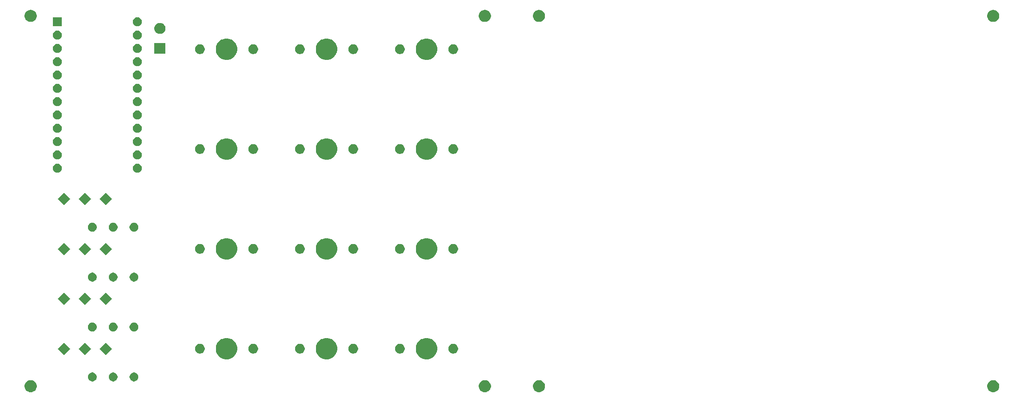
<source format=gbr>
G04 #@! TF.GenerationSoftware,KiCad,Pcbnew,(5.1.5)-3*
G04 #@! TF.CreationDate,2020-05-01T19:28:23-04:00*
G04 #@! TF.ProjectId,BookerBoard,426f6f6b-6572-4426-9f61-72642e6b6963,rev?*
G04 #@! TF.SameCoordinates,Original*
G04 #@! TF.FileFunction,Soldermask,Top*
G04 #@! TF.FilePolarity,Negative*
%FSLAX46Y46*%
G04 Gerber Fmt 4.6, Leading zero omitted, Abs format (unit mm)*
G04 Created by KiCad (PCBNEW (5.1.5)-3) date 2020-05-01 19:28:23*
%MOMM*%
%LPD*%
G04 APERTURE LIST*
%ADD10C,0.100000*%
G04 APERTURE END LIST*
D10*
G36*
X236762049Y-108408616D02*
G01*
X236873234Y-108430732D01*
X237082703Y-108517497D01*
X237271220Y-108643460D01*
X237431540Y-108803780D01*
X237557503Y-108992297D01*
X237644268Y-109201766D01*
X237688500Y-109424136D01*
X237688500Y-109650864D01*
X237644268Y-109873234D01*
X237557503Y-110082703D01*
X237431540Y-110271220D01*
X237271220Y-110431540D01*
X237082703Y-110557503D01*
X236873234Y-110644268D01*
X236762049Y-110666384D01*
X236650865Y-110688500D01*
X236424135Y-110688500D01*
X236312951Y-110666384D01*
X236201766Y-110644268D01*
X235992297Y-110557503D01*
X235803780Y-110431540D01*
X235643460Y-110271220D01*
X235517497Y-110082703D01*
X235430732Y-109873234D01*
X235386500Y-109650864D01*
X235386500Y-109424136D01*
X235430732Y-109201766D01*
X235517497Y-108992297D01*
X235643460Y-108803780D01*
X235803780Y-108643460D01*
X235992297Y-108517497D01*
X236201766Y-108430732D01*
X236312951Y-108408616D01*
X236424135Y-108386500D01*
X236650865Y-108386500D01*
X236762049Y-108408616D01*
G37*
G36*
X150243299Y-108408616D02*
G01*
X150354484Y-108430732D01*
X150563953Y-108517497D01*
X150752470Y-108643460D01*
X150912790Y-108803780D01*
X151038753Y-108992297D01*
X151125518Y-109201766D01*
X151169750Y-109424136D01*
X151169750Y-109650864D01*
X151125518Y-109873234D01*
X151038753Y-110082703D01*
X150912790Y-110271220D01*
X150752470Y-110431540D01*
X150563953Y-110557503D01*
X150354484Y-110644268D01*
X150243299Y-110666384D01*
X150132115Y-110688500D01*
X149905385Y-110688500D01*
X149794201Y-110666384D01*
X149683016Y-110644268D01*
X149473547Y-110557503D01*
X149285030Y-110431540D01*
X149124710Y-110271220D01*
X148998747Y-110082703D01*
X148911982Y-109873234D01*
X148867750Y-109650864D01*
X148867750Y-109424136D01*
X148911982Y-109201766D01*
X148998747Y-108992297D01*
X149124710Y-108803780D01*
X149285030Y-108643460D01*
X149473547Y-108517497D01*
X149683016Y-108430732D01*
X149794201Y-108408616D01*
X149905385Y-108386500D01*
X150132115Y-108386500D01*
X150243299Y-108408616D01*
G37*
G36*
X53405799Y-108408616D02*
G01*
X53516984Y-108430732D01*
X53726453Y-108517497D01*
X53914970Y-108643460D01*
X54075290Y-108803780D01*
X54201253Y-108992297D01*
X54288018Y-109201766D01*
X54332250Y-109424136D01*
X54332250Y-109650864D01*
X54288018Y-109873234D01*
X54201253Y-110082703D01*
X54075290Y-110271220D01*
X53914970Y-110431540D01*
X53726453Y-110557503D01*
X53516984Y-110644268D01*
X53405799Y-110666384D01*
X53294615Y-110688500D01*
X53067885Y-110688500D01*
X52956701Y-110666384D01*
X52845516Y-110644268D01*
X52636047Y-110557503D01*
X52447530Y-110431540D01*
X52287210Y-110271220D01*
X52161247Y-110082703D01*
X52074482Y-109873234D01*
X52030250Y-109650864D01*
X52030250Y-109424136D01*
X52074482Y-109201766D01*
X52161247Y-108992297D01*
X52287210Y-108803780D01*
X52447530Y-108643460D01*
X52636047Y-108517497D01*
X52845516Y-108430732D01*
X52956701Y-108408616D01*
X53067885Y-108386500D01*
X53294615Y-108386500D01*
X53405799Y-108408616D01*
G37*
G36*
X139924549Y-108408616D02*
G01*
X140035734Y-108430732D01*
X140245203Y-108517497D01*
X140433720Y-108643460D01*
X140594040Y-108803780D01*
X140720003Y-108992297D01*
X140806768Y-109201766D01*
X140851000Y-109424136D01*
X140851000Y-109650864D01*
X140806768Y-109873234D01*
X140720003Y-110082703D01*
X140594040Y-110271220D01*
X140433720Y-110431540D01*
X140245203Y-110557503D01*
X140035734Y-110644268D01*
X139924549Y-110666384D01*
X139813365Y-110688500D01*
X139586635Y-110688500D01*
X139475451Y-110666384D01*
X139364266Y-110644268D01*
X139154797Y-110557503D01*
X138966280Y-110431540D01*
X138805960Y-110271220D01*
X138679997Y-110082703D01*
X138593232Y-109873234D01*
X138549000Y-109650864D01*
X138549000Y-109424136D01*
X138593232Y-109201766D01*
X138679997Y-108992297D01*
X138805960Y-108803780D01*
X138966280Y-108643460D01*
X139154797Y-108517497D01*
X139364266Y-108430732D01*
X139475451Y-108408616D01*
X139586635Y-108386500D01*
X139813365Y-108386500D01*
X139924549Y-108408616D01*
G37*
G36*
X73105132Y-106963607D02*
G01*
X73260004Y-107027757D01*
X73399385Y-107120889D01*
X73517919Y-107239423D01*
X73611051Y-107378804D01*
X73675201Y-107533676D01*
X73707904Y-107698088D01*
X73707904Y-107865720D01*
X73675201Y-108030132D01*
X73611051Y-108185004D01*
X73517919Y-108324385D01*
X73399385Y-108442919D01*
X73260004Y-108536051D01*
X73105132Y-108600201D01*
X72940720Y-108632904D01*
X72773088Y-108632904D01*
X72608676Y-108600201D01*
X72453804Y-108536051D01*
X72314423Y-108442919D01*
X72195889Y-108324385D01*
X72102757Y-108185004D01*
X72038607Y-108030132D01*
X72005904Y-107865720D01*
X72005904Y-107698088D01*
X72038607Y-107533676D01*
X72102757Y-107378804D01*
X72195889Y-107239423D01*
X72314423Y-107120889D01*
X72453804Y-107027757D01*
X72608676Y-106963607D01*
X72773088Y-106930904D01*
X72940720Y-106930904D01*
X73105132Y-106963607D01*
G37*
G36*
X69136382Y-106963607D02*
G01*
X69291254Y-107027757D01*
X69430635Y-107120889D01*
X69549169Y-107239423D01*
X69642301Y-107378804D01*
X69706451Y-107533676D01*
X69739154Y-107698088D01*
X69739154Y-107865720D01*
X69706451Y-108030132D01*
X69642301Y-108185004D01*
X69549169Y-108324385D01*
X69430635Y-108442919D01*
X69291254Y-108536051D01*
X69136382Y-108600201D01*
X68971970Y-108632904D01*
X68804338Y-108632904D01*
X68639926Y-108600201D01*
X68485054Y-108536051D01*
X68345673Y-108442919D01*
X68227139Y-108324385D01*
X68134007Y-108185004D01*
X68069857Y-108030132D01*
X68037154Y-107865720D01*
X68037154Y-107698088D01*
X68069857Y-107533676D01*
X68134007Y-107378804D01*
X68227139Y-107239423D01*
X68345673Y-107120889D01*
X68485054Y-107027757D01*
X68639926Y-106963607D01*
X68804338Y-106930904D01*
X68971970Y-106930904D01*
X69136382Y-106963607D01*
G37*
G36*
X65167632Y-106963607D02*
G01*
X65322504Y-107027757D01*
X65461885Y-107120889D01*
X65580419Y-107239423D01*
X65673551Y-107378804D01*
X65737701Y-107533676D01*
X65770404Y-107698088D01*
X65770404Y-107865720D01*
X65737701Y-108030132D01*
X65673551Y-108185004D01*
X65580419Y-108324385D01*
X65461885Y-108442919D01*
X65322504Y-108536051D01*
X65167632Y-108600201D01*
X65003220Y-108632904D01*
X64835588Y-108632904D01*
X64671176Y-108600201D01*
X64516304Y-108536051D01*
X64376923Y-108442919D01*
X64258389Y-108324385D01*
X64165257Y-108185004D01*
X64101107Y-108030132D01*
X64068404Y-107865720D01*
X64068404Y-107698088D01*
X64101107Y-107533676D01*
X64165257Y-107378804D01*
X64258389Y-107239423D01*
X64376923Y-107120889D01*
X64516304Y-107027757D01*
X64671176Y-106963607D01*
X64835588Y-106930904D01*
X65003220Y-106930904D01*
X65167632Y-106963607D01*
G37*
G36*
X129183974Y-100427434D02*
G01*
X129401974Y-100517733D01*
X129556123Y-100581583D01*
X129891048Y-100805373D01*
X130175877Y-101090202D01*
X130399667Y-101425127D01*
X130432062Y-101503336D01*
X130553816Y-101797276D01*
X130632400Y-102192344D01*
X130632400Y-102595156D01*
X130553816Y-102990224D01*
X130502951Y-103113022D01*
X130399667Y-103362373D01*
X130175877Y-103697298D01*
X129891048Y-103982127D01*
X129556123Y-104205917D01*
X129401974Y-104269767D01*
X129183974Y-104360066D01*
X128788906Y-104438650D01*
X128386094Y-104438650D01*
X127991026Y-104360066D01*
X127773026Y-104269767D01*
X127618877Y-104205917D01*
X127283952Y-103982127D01*
X126999123Y-103697298D01*
X126775333Y-103362373D01*
X126672049Y-103113022D01*
X126621184Y-102990224D01*
X126542600Y-102595156D01*
X126542600Y-102192344D01*
X126621184Y-101797276D01*
X126742938Y-101503336D01*
X126775333Y-101425127D01*
X126999123Y-101090202D01*
X127283952Y-100805373D01*
X127618877Y-100581583D01*
X127773026Y-100517733D01*
X127991026Y-100427434D01*
X128386094Y-100348850D01*
X128788906Y-100348850D01*
X129183974Y-100427434D01*
G37*
G36*
X110133974Y-100427434D02*
G01*
X110351974Y-100517733D01*
X110506123Y-100581583D01*
X110841048Y-100805373D01*
X111125877Y-101090202D01*
X111349667Y-101425127D01*
X111382062Y-101503336D01*
X111503816Y-101797276D01*
X111582400Y-102192344D01*
X111582400Y-102595156D01*
X111503816Y-102990224D01*
X111452951Y-103113022D01*
X111349667Y-103362373D01*
X111125877Y-103697298D01*
X110841048Y-103982127D01*
X110506123Y-104205917D01*
X110351974Y-104269767D01*
X110133974Y-104360066D01*
X109738906Y-104438650D01*
X109336094Y-104438650D01*
X108941026Y-104360066D01*
X108723026Y-104269767D01*
X108568877Y-104205917D01*
X108233952Y-103982127D01*
X107949123Y-103697298D01*
X107725333Y-103362373D01*
X107622049Y-103113022D01*
X107571184Y-102990224D01*
X107492600Y-102595156D01*
X107492600Y-102192344D01*
X107571184Y-101797276D01*
X107692938Y-101503336D01*
X107725333Y-101425127D01*
X107949123Y-101090202D01*
X108233952Y-100805373D01*
X108568877Y-100581583D01*
X108723026Y-100517733D01*
X108941026Y-100427434D01*
X109336094Y-100348850D01*
X109738906Y-100348850D01*
X110133974Y-100427434D01*
G37*
G36*
X91083974Y-100427434D02*
G01*
X91301974Y-100517733D01*
X91456123Y-100581583D01*
X91791048Y-100805373D01*
X92075877Y-101090202D01*
X92299667Y-101425127D01*
X92332062Y-101503336D01*
X92453816Y-101797276D01*
X92532400Y-102192344D01*
X92532400Y-102595156D01*
X92453816Y-102990224D01*
X92402951Y-103113022D01*
X92299667Y-103362373D01*
X92075877Y-103697298D01*
X91791048Y-103982127D01*
X91456123Y-104205917D01*
X91301974Y-104269767D01*
X91083974Y-104360066D01*
X90688906Y-104438650D01*
X90286094Y-104438650D01*
X89891026Y-104360066D01*
X89673026Y-104269767D01*
X89518877Y-104205917D01*
X89183952Y-103982127D01*
X88899123Y-103697298D01*
X88675333Y-103362373D01*
X88572049Y-103113022D01*
X88521184Y-102990224D01*
X88442600Y-102595156D01*
X88442600Y-102192344D01*
X88521184Y-101797276D01*
X88642938Y-101503336D01*
X88675333Y-101425127D01*
X88899123Y-101090202D01*
X89183952Y-100805373D01*
X89518877Y-100581583D01*
X89673026Y-100517733D01*
X89891026Y-100427434D01*
X90286094Y-100348850D01*
X90688906Y-100348850D01*
X91083974Y-100427434D01*
G37*
G36*
X60734746Y-102393750D02*
G01*
X59531250Y-103597246D01*
X58327754Y-102393750D01*
X59531250Y-101190254D01*
X60734746Y-102393750D01*
G37*
G36*
X64703496Y-102393750D02*
G01*
X63500000Y-103597246D01*
X62296504Y-102393750D01*
X63500000Y-101190254D01*
X64703496Y-102393750D01*
G37*
G36*
X68672246Y-102393750D02*
G01*
X67468750Y-103597246D01*
X66265254Y-102393750D01*
X67468750Y-101190254D01*
X68672246Y-102393750D01*
G37*
G36*
X95837604Y-101503335D02*
G01*
X96006126Y-101573139D01*
X96157791Y-101674478D01*
X96286772Y-101803459D01*
X96388111Y-101955124D01*
X96457915Y-102123646D01*
X96493500Y-102302547D01*
X96493500Y-102484953D01*
X96457915Y-102663854D01*
X96388111Y-102832376D01*
X96286772Y-102984041D01*
X96157791Y-103113022D01*
X96006126Y-103214361D01*
X95837604Y-103284165D01*
X95658703Y-103319750D01*
X95476297Y-103319750D01*
X95297396Y-103284165D01*
X95128874Y-103214361D01*
X94977209Y-103113022D01*
X94848228Y-102984041D01*
X94746889Y-102832376D01*
X94677085Y-102663854D01*
X94641500Y-102484953D01*
X94641500Y-102302547D01*
X94677085Y-102123646D01*
X94746889Y-101955124D01*
X94848228Y-101803459D01*
X94977209Y-101674478D01*
X95128874Y-101573139D01*
X95297396Y-101503335D01*
X95476297Y-101467750D01*
X95658703Y-101467750D01*
X95837604Y-101503335D01*
G37*
G36*
X133937604Y-101503335D02*
G01*
X134106126Y-101573139D01*
X134257791Y-101674478D01*
X134386772Y-101803459D01*
X134488111Y-101955124D01*
X134557915Y-102123646D01*
X134593500Y-102302547D01*
X134593500Y-102484953D01*
X134557915Y-102663854D01*
X134488111Y-102832376D01*
X134386772Y-102984041D01*
X134257791Y-103113022D01*
X134106126Y-103214361D01*
X133937604Y-103284165D01*
X133758703Y-103319750D01*
X133576297Y-103319750D01*
X133397396Y-103284165D01*
X133228874Y-103214361D01*
X133077209Y-103113022D01*
X132948228Y-102984041D01*
X132846889Y-102832376D01*
X132777085Y-102663854D01*
X132741500Y-102484953D01*
X132741500Y-102302547D01*
X132777085Y-102123646D01*
X132846889Y-101955124D01*
X132948228Y-101803459D01*
X133077209Y-101674478D01*
X133228874Y-101573139D01*
X133397396Y-101503335D01*
X133576297Y-101467750D01*
X133758703Y-101467750D01*
X133937604Y-101503335D01*
G37*
G36*
X123777604Y-101503335D02*
G01*
X123946126Y-101573139D01*
X124097791Y-101674478D01*
X124226772Y-101803459D01*
X124328111Y-101955124D01*
X124397915Y-102123646D01*
X124433500Y-102302547D01*
X124433500Y-102484953D01*
X124397915Y-102663854D01*
X124328111Y-102832376D01*
X124226772Y-102984041D01*
X124097791Y-103113022D01*
X123946126Y-103214361D01*
X123777604Y-103284165D01*
X123598703Y-103319750D01*
X123416297Y-103319750D01*
X123237396Y-103284165D01*
X123068874Y-103214361D01*
X122917209Y-103113022D01*
X122788228Y-102984041D01*
X122686889Y-102832376D01*
X122617085Y-102663854D01*
X122581500Y-102484953D01*
X122581500Y-102302547D01*
X122617085Y-102123646D01*
X122686889Y-101955124D01*
X122788228Y-101803459D01*
X122917209Y-101674478D01*
X123068874Y-101573139D01*
X123237396Y-101503335D01*
X123416297Y-101467750D01*
X123598703Y-101467750D01*
X123777604Y-101503335D01*
G37*
G36*
X104727604Y-101503335D02*
G01*
X104896126Y-101573139D01*
X105047791Y-101674478D01*
X105176772Y-101803459D01*
X105278111Y-101955124D01*
X105347915Y-102123646D01*
X105383500Y-102302547D01*
X105383500Y-102484953D01*
X105347915Y-102663854D01*
X105278111Y-102832376D01*
X105176772Y-102984041D01*
X105047791Y-103113022D01*
X104896126Y-103214361D01*
X104727604Y-103284165D01*
X104548703Y-103319750D01*
X104366297Y-103319750D01*
X104187396Y-103284165D01*
X104018874Y-103214361D01*
X103867209Y-103113022D01*
X103738228Y-102984041D01*
X103636889Y-102832376D01*
X103567085Y-102663854D01*
X103531500Y-102484953D01*
X103531500Y-102302547D01*
X103567085Y-102123646D01*
X103636889Y-101955124D01*
X103738228Y-101803459D01*
X103867209Y-101674478D01*
X104018874Y-101573139D01*
X104187396Y-101503335D01*
X104366297Y-101467750D01*
X104548703Y-101467750D01*
X104727604Y-101503335D01*
G37*
G36*
X85677604Y-101503335D02*
G01*
X85846126Y-101573139D01*
X85997791Y-101674478D01*
X86126772Y-101803459D01*
X86228111Y-101955124D01*
X86297915Y-102123646D01*
X86333500Y-102302547D01*
X86333500Y-102484953D01*
X86297915Y-102663854D01*
X86228111Y-102832376D01*
X86126772Y-102984041D01*
X85997791Y-103113022D01*
X85846126Y-103214361D01*
X85677604Y-103284165D01*
X85498703Y-103319750D01*
X85316297Y-103319750D01*
X85137396Y-103284165D01*
X84968874Y-103214361D01*
X84817209Y-103113022D01*
X84688228Y-102984041D01*
X84586889Y-102832376D01*
X84517085Y-102663854D01*
X84481500Y-102484953D01*
X84481500Y-102302547D01*
X84517085Y-102123646D01*
X84586889Y-101955124D01*
X84688228Y-101803459D01*
X84817209Y-101674478D01*
X84968874Y-101573139D01*
X85137396Y-101503335D01*
X85316297Y-101467750D01*
X85498703Y-101467750D01*
X85677604Y-101503335D01*
G37*
G36*
X114887604Y-101503335D02*
G01*
X115056126Y-101573139D01*
X115207791Y-101674478D01*
X115336772Y-101803459D01*
X115438111Y-101955124D01*
X115507915Y-102123646D01*
X115543500Y-102302547D01*
X115543500Y-102484953D01*
X115507915Y-102663854D01*
X115438111Y-102832376D01*
X115336772Y-102984041D01*
X115207791Y-103113022D01*
X115056126Y-103214361D01*
X114887604Y-103284165D01*
X114708703Y-103319750D01*
X114526297Y-103319750D01*
X114347396Y-103284165D01*
X114178874Y-103214361D01*
X114027209Y-103113022D01*
X113898228Y-102984041D01*
X113796889Y-102832376D01*
X113727085Y-102663854D01*
X113691500Y-102484953D01*
X113691500Y-102302547D01*
X113727085Y-102123646D01*
X113796889Y-101955124D01*
X113898228Y-101803459D01*
X114027209Y-101674478D01*
X114178874Y-101573139D01*
X114347396Y-101503335D01*
X114526297Y-101467750D01*
X114708703Y-101467750D01*
X114887604Y-101503335D01*
G37*
G36*
X73105132Y-97438607D02*
G01*
X73260004Y-97502757D01*
X73399385Y-97595889D01*
X73517919Y-97714423D01*
X73611051Y-97853804D01*
X73675201Y-98008676D01*
X73707904Y-98173088D01*
X73707904Y-98340720D01*
X73675201Y-98505132D01*
X73611051Y-98660004D01*
X73517919Y-98799385D01*
X73399385Y-98917919D01*
X73260004Y-99011051D01*
X73105132Y-99075201D01*
X72940720Y-99107904D01*
X72773088Y-99107904D01*
X72608676Y-99075201D01*
X72453804Y-99011051D01*
X72314423Y-98917919D01*
X72195889Y-98799385D01*
X72102757Y-98660004D01*
X72038607Y-98505132D01*
X72005904Y-98340720D01*
X72005904Y-98173088D01*
X72038607Y-98008676D01*
X72102757Y-97853804D01*
X72195889Y-97714423D01*
X72314423Y-97595889D01*
X72453804Y-97502757D01*
X72608676Y-97438607D01*
X72773088Y-97405904D01*
X72940720Y-97405904D01*
X73105132Y-97438607D01*
G37*
G36*
X65167632Y-97438607D02*
G01*
X65322504Y-97502757D01*
X65461885Y-97595889D01*
X65580419Y-97714423D01*
X65673551Y-97853804D01*
X65737701Y-98008676D01*
X65770404Y-98173088D01*
X65770404Y-98340720D01*
X65737701Y-98505132D01*
X65673551Y-98660004D01*
X65580419Y-98799385D01*
X65461885Y-98917919D01*
X65322504Y-99011051D01*
X65167632Y-99075201D01*
X65003220Y-99107904D01*
X64835588Y-99107904D01*
X64671176Y-99075201D01*
X64516304Y-99011051D01*
X64376923Y-98917919D01*
X64258389Y-98799385D01*
X64165257Y-98660004D01*
X64101107Y-98505132D01*
X64068404Y-98340720D01*
X64068404Y-98173088D01*
X64101107Y-98008676D01*
X64165257Y-97853804D01*
X64258389Y-97714423D01*
X64376923Y-97595889D01*
X64516304Y-97502757D01*
X64671176Y-97438607D01*
X64835588Y-97405904D01*
X65003220Y-97405904D01*
X65167632Y-97438607D01*
G37*
G36*
X69136382Y-97438607D02*
G01*
X69291254Y-97502757D01*
X69430635Y-97595889D01*
X69549169Y-97714423D01*
X69642301Y-97853804D01*
X69706451Y-98008676D01*
X69739154Y-98173088D01*
X69739154Y-98340720D01*
X69706451Y-98505132D01*
X69642301Y-98660004D01*
X69549169Y-98799385D01*
X69430635Y-98917919D01*
X69291254Y-99011051D01*
X69136382Y-99075201D01*
X68971970Y-99107904D01*
X68804338Y-99107904D01*
X68639926Y-99075201D01*
X68485054Y-99011051D01*
X68345673Y-98917919D01*
X68227139Y-98799385D01*
X68134007Y-98660004D01*
X68069857Y-98505132D01*
X68037154Y-98340720D01*
X68037154Y-98173088D01*
X68069857Y-98008676D01*
X68134007Y-97853804D01*
X68227139Y-97714423D01*
X68345673Y-97595889D01*
X68485054Y-97502757D01*
X68639926Y-97438607D01*
X68804338Y-97405904D01*
X68971970Y-97405904D01*
X69136382Y-97438607D01*
G37*
G36*
X60734746Y-92868750D02*
G01*
X59531250Y-94072246D01*
X58327754Y-92868750D01*
X59531250Y-91665254D01*
X60734746Y-92868750D01*
G37*
G36*
X68672246Y-92868750D02*
G01*
X67468750Y-94072246D01*
X66265254Y-92868750D01*
X67468750Y-91665254D01*
X68672246Y-92868750D01*
G37*
G36*
X64703496Y-92868750D02*
G01*
X63500000Y-94072246D01*
X62296504Y-92868750D01*
X63500000Y-91665254D01*
X64703496Y-92868750D01*
G37*
G36*
X65167632Y-87913607D02*
G01*
X65322504Y-87977757D01*
X65461885Y-88070889D01*
X65580419Y-88189423D01*
X65673551Y-88328804D01*
X65737701Y-88483676D01*
X65770404Y-88648088D01*
X65770404Y-88815720D01*
X65737701Y-88980132D01*
X65673551Y-89135004D01*
X65580419Y-89274385D01*
X65461885Y-89392919D01*
X65322504Y-89486051D01*
X65167632Y-89550201D01*
X65003220Y-89582904D01*
X64835588Y-89582904D01*
X64671176Y-89550201D01*
X64516304Y-89486051D01*
X64376923Y-89392919D01*
X64258389Y-89274385D01*
X64165257Y-89135004D01*
X64101107Y-88980132D01*
X64068404Y-88815720D01*
X64068404Y-88648088D01*
X64101107Y-88483676D01*
X64165257Y-88328804D01*
X64258389Y-88189423D01*
X64376923Y-88070889D01*
X64516304Y-87977757D01*
X64671176Y-87913607D01*
X64835588Y-87880904D01*
X65003220Y-87880904D01*
X65167632Y-87913607D01*
G37*
G36*
X69136382Y-87913607D02*
G01*
X69291254Y-87977757D01*
X69430635Y-88070889D01*
X69549169Y-88189423D01*
X69642301Y-88328804D01*
X69706451Y-88483676D01*
X69739154Y-88648088D01*
X69739154Y-88815720D01*
X69706451Y-88980132D01*
X69642301Y-89135004D01*
X69549169Y-89274385D01*
X69430635Y-89392919D01*
X69291254Y-89486051D01*
X69136382Y-89550201D01*
X68971970Y-89582904D01*
X68804338Y-89582904D01*
X68639926Y-89550201D01*
X68485054Y-89486051D01*
X68345673Y-89392919D01*
X68227139Y-89274385D01*
X68134007Y-89135004D01*
X68069857Y-88980132D01*
X68037154Y-88815720D01*
X68037154Y-88648088D01*
X68069857Y-88483676D01*
X68134007Y-88328804D01*
X68227139Y-88189423D01*
X68345673Y-88070889D01*
X68485054Y-87977757D01*
X68639926Y-87913607D01*
X68804338Y-87880904D01*
X68971970Y-87880904D01*
X69136382Y-87913607D01*
G37*
G36*
X73105132Y-87913607D02*
G01*
X73260004Y-87977757D01*
X73399385Y-88070889D01*
X73517919Y-88189423D01*
X73611051Y-88328804D01*
X73675201Y-88483676D01*
X73707904Y-88648088D01*
X73707904Y-88815720D01*
X73675201Y-88980132D01*
X73611051Y-89135004D01*
X73517919Y-89274385D01*
X73399385Y-89392919D01*
X73260004Y-89486051D01*
X73105132Y-89550201D01*
X72940720Y-89582904D01*
X72773088Y-89582904D01*
X72608676Y-89550201D01*
X72453804Y-89486051D01*
X72314423Y-89392919D01*
X72195889Y-89274385D01*
X72102757Y-89135004D01*
X72038607Y-88980132D01*
X72005904Y-88815720D01*
X72005904Y-88648088D01*
X72038607Y-88483676D01*
X72102757Y-88328804D01*
X72195889Y-88189423D01*
X72314423Y-88070889D01*
X72453804Y-87977757D01*
X72608676Y-87913607D01*
X72773088Y-87880904D01*
X72940720Y-87880904D01*
X73105132Y-87913607D01*
G37*
G36*
X129183974Y-81377434D02*
G01*
X129401974Y-81467733D01*
X129556123Y-81531583D01*
X129891048Y-81755373D01*
X130175877Y-82040202D01*
X130399667Y-82375127D01*
X130432062Y-82453336D01*
X130553816Y-82747276D01*
X130632400Y-83142344D01*
X130632400Y-83545156D01*
X130553816Y-83940224D01*
X130502951Y-84063022D01*
X130399667Y-84312373D01*
X130175877Y-84647298D01*
X129891048Y-84932127D01*
X129556123Y-85155917D01*
X129401974Y-85219767D01*
X129183974Y-85310066D01*
X128788906Y-85388650D01*
X128386094Y-85388650D01*
X127991026Y-85310066D01*
X127773026Y-85219767D01*
X127618877Y-85155917D01*
X127283952Y-84932127D01*
X126999123Y-84647298D01*
X126775333Y-84312373D01*
X126672049Y-84063022D01*
X126621184Y-83940224D01*
X126542600Y-83545156D01*
X126542600Y-83142344D01*
X126621184Y-82747276D01*
X126742938Y-82453336D01*
X126775333Y-82375127D01*
X126999123Y-82040202D01*
X127283952Y-81755373D01*
X127618877Y-81531583D01*
X127773026Y-81467733D01*
X127991026Y-81377434D01*
X128386094Y-81298850D01*
X128788906Y-81298850D01*
X129183974Y-81377434D01*
G37*
G36*
X91083974Y-81377434D02*
G01*
X91301974Y-81467733D01*
X91456123Y-81531583D01*
X91791048Y-81755373D01*
X92075877Y-82040202D01*
X92299667Y-82375127D01*
X92332062Y-82453336D01*
X92453816Y-82747276D01*
X92532400Y-83142344D01*
X92532400Y-83545156D01*
X92453816Y-83940224D01*
X92402951Y-84063022D01*
X92299667Y-84312373D01*
X92075877Y-84647298D01*
X91791048Y-84932127D01*
X91456123Y-85155917D01*
X91301974Y-85219767D01*
X91083974Y-85310066D01*
X90688906Y-85388650D01*
X90286094Y-85388650D01*
X89891026Y-85310066D01*
X89673026Y-85219767D01*
X89518877Y-85155917D01*
X89183952Y-84932127D01*
X88899123Y-84647298D01*
X88675333Y-84312373D01*
X88572049Y-84063022D01*
X88521184Y-83940224D01*
X88442600Y-83545156D01*
X88442600Y-83142344D01*
X88521184Y-82747276D01*
X88642938Y-82453336D01*
X88675333Y-82375127D01*
X88899123Y-82040202D01*
X89183952Y-81755373D01*
X89518877Y-81531583D01*
X89673026Y-81467733D01*
X89891026Y-81377434D01*
X90286094Y-81298850D01*
X90688906Y-81298850D01*
X91083974Y-81377434D01*
G37*
G36*
X110133974Y-81377434D02*
G01*
X110351974Y-81467733D01*
X110506123Y-81531583D01*
X110841048Y-81755373D01*
X111125877Y-82040202D01*
X111349667Y-82375127D01*
X111382062Y-82453336D01*
X111503816Y-82747276D01*
X111582400Y-83142344D01*
X111582400Y-83545156D01*
X111503816Y-83940224D01*
X111452951Y-84063022D01*
X111349667Y-84312373D01*
X111125877Y-84647298D01*
X110841048Y-84932127D01*
X110506123Y-85155917D01*
X110351974Y-85219767D01*
X110133974Y-85310066D01*
X109738906Y-85388650D01*
X109336094Y-85388650D01*
X108941026Y-85310066D01*
X108723026Y-85219767D01*
X108568877Y-85155917D01*
X108233952Y-84932127D01*
X107949123Y-84647298D01*
X107725333Y-84312373D01*
X107622049Y-84063022D01*
X107571184Y-83940224D01*
X107492600Y-83545156D01*
X107492600Y-83142344D01*
X107571184Y-82747276D01*
X107692938Y-82453336D01*
X107725333Y-82375127D01*
X107949123Y-82040202D01*
X108233952Y-81755373D01*
X108568877Y-81531583D01*
X108723026Y-81467733D01*
X108941026Y-81377434D01*
X109336094Y-81298850D01*
X109738906Y-81298850D01*
X110133974Y-81377434D01*
G37*
G36*
X68672246Y-83343750D02*
G01*
X67468750Y-84547246D01*
X66265254Y-83343750D01*
X67468750Y-82140254D01*
X68672246Y-83343750D01*
G37*
G36*
X64703496Y-83343750D02*
G01*
X63500000Y-84547246D01*
X62296504Y-83343750D01*
X63500000Y-82140254D01*
X64703496Y-83343750D01*
G37*
G36*
X60734746Y-83343750D02*
G01*
X59531250Y-84547246D01*
X58327754Y-83343750D01*
X59531250Y-82140254D01*
X60734746Y-83343750D01*
G37*
G36*
X123777604Y-82453335D02*
G01*
X123946126Y-82523139D01*
X124097791Y-82624478D01*
X124226772Y-82753459D01*
X124328111Y-82905124D01*
X124397915Y-83073646D01*
X124433500Y-83252547D01*
X124433500Y-83434953D01*
X124397915Y-83613854D01*
X124328111Y-83782376D01*
X124226772Y-83934041D01*
X124097791Y-84063022D01*
X123946126Y-84164361D01*
X123777604Y-84234165D01*
X123598703Y-84269750D01*
X123416297Y-84269750D01*
X123237396Y-84234165D01*
X123068874Y-84164361D01*
X122917209Y-84063022D01*
X122788228Y-83934041D01*
X122686889Y-83782376D01*
X122617085Y-83613854D01*
X122581500Y-83434953D01*
X122581500Y-83252547D01*
X122617085Y-83073646D01*
X122686889Y-82905124D01*
X122788228Y-82753459D01*
X122917209Y-82624478D01*
X123068874Y-82523139D01*
X123237396Y-82453335D01*
X123416297Y-82417750D01*
X123598703Y-82417750D01*
X123777604Y-82453335D01*
G37*
G36*
X104727604Y-82453335D02*
G01*
X104896126Y-82523139D01*
X105047791Y-82624478D01*
X105176772Y-82753459D01*
X105278111Y-82905124D01*
X105347915Y-83073646D01*
X105383500Y-83252547D01*
X105383500Y-83434953D01*
X105347915Y-83613854D01*
X105278111Y-83782376D01*
X105176772Y-83934041D01*
X105047791Y-84063022D01*
X104896126Y-84164361D01*
X104727604Y-84234165D01*
X104548703Y-84269750D01*
X104366297Y-84269750D01*
X104187396Y-84234165D01*
X104018874Y-84164361D01*
X103867209Y-84063022D01*
X103738228Y-83934041D01*
X103636889Y-83782376D01*
X103567085Y-83613854D01*
X103531500Y-83434953D01*
X103531500Y-83252547D01*
X103567085Y-83073646D01*
X103636889Y-82905124D01*
X103738228Y-82753459D01*
X103867209Y-82624478D01*
X104018874Y-82523139D01*
X104187396Y-82453335D01*
X104366297Y-82417750D01*
X104548703Y-82417750D01*
X104727604Y-82453335D01*
G37*
G36*
X133937604Y-82453335D02*
G01*
X134106126Y-82523139D01*
X134257791Y-82624478D01*
X134386772Y-82753459D01*
X134488111Y-82905124D01*
X134557915Y-83073646D01*
X134593500Y-83252547D01*
X134593500Y-83434953D01*
X134557915Y-83613854D01*
X134488111Y-83782376D01*
X134386772Y-83934041D01*
X134257791Y-84063022D01*
X134106126Y-84164361D01*
X133937604Y-84234165D01*
X133758703Y-84269750D01*
X133576297Y-84269750D01*
X133397396Y-84234165D01*
X133228874Y-84164361D01*
X133077209Y-84063022D01*
X132948228Y-83934041D01*
X132846889Y-83782376D01*
X132777085Y-83613854D01*
X132741500Y-83434953D01*
X132741500Y-83252547D01*
X132777085Y-83073646D01*
X132846889Y-82905124D01*
X132948228Y-82753459D01*
X133077209Y-82624478D01*
X133228874Y-82523139D01*
X133397396Y-82453335D01*
X133576297Y-82417750D01*
X133758703Y-82417750D01*
X133937604Y-82453335D01*
G37*
G36*
X85677604Y-82453335D02*
G01*
X85846126Y-82523139D01*
X85997791Y-82624478D01*
X86126772Y-82753459D01*
X86228111Y-82905124D01*
X86297915Y-83073646D01*
X86333500Y-83252547D01*
X86333500Y-83434953D01*
X86297915Y-83613854D01*
X86228111Y-83782376D01*
X86126772Y-83934041D01*
X85997791Y-84063022D01*
X85846126Y-84164361D01*
X85677604Y-84234165D01*
X85498703Y-84269750D01*
X85316297Y-84269750D01*
X85137396Y-84234165D01*
X84968874Y-84164361D01*
X84817209Y-84063022D01*
X84688228Y-83934041D01*
X84586889Y-83782376D01*
X84517085Y-83613854D01*
X84481500Y-83434953D01*
X84481500Y-83252547D01*
X84517085Y-83073646D01*
X84586889Y-82905124D01*
X84688228Y-82753459D01*
X84817209Y-82624478D01*
X84968874Y-82523139D01*
X85137396Y-82453335D01*
X85316297Y-82417750D01*
X85498703Y-82417750D01*
X85677604Y-82453335D01*
G37*
G36*
X95837604Y-82453335D02*
G01*
X96006126Y-82523139D01*
X96157791Y-82624478D01*
X96286772Y-82753459D01*
X96388111Y-82905124D01*
X96457915Y-83073646D01*
X96493500Y-83252547D01*
X96493500Y-83434953D01*
X96457915Y-83613854D01*
X96388111Y-83782376D01*
X96286772Y-83934041D01*
X96157791Y-84063022D01*
X96006126Y-84164361D01*
X95837604Y-84234165D01*
X95658703Y-84269750D01*
X95476297Y-84269750D01*
X95297396Y-84234165D01*
X95128874Y-84164361D01*
X94977209Y-84063022D01*
X94848228Y-83934041D01*
X94746889Y-83782376D01*
X94677085Y-83613854D01*
X94641500Y-83434953D01*
X94641500Y-83252547D01*
X94677085Y-83073646D01*
X94746889Y-82905124D01*
X94848228Y-82753459D01*
X94977209Y-82624478D01*
X95128874Y-82523139D01*
X95297396Y-82453335D01*
X95476297Y-82417750D01*
X95658703Y-82417750D01*
X95837604Y-82453335D01*
G37*
G36*
X114887604Y-82453335D02*
G01*
X115056126Y-82523139D01*
X115207791Y-82624478D01*
X115336772Y-82753459D01*
X115438111Y-82905124D01*
X115507915Y-83073646D01*
X115543500Y-83252547D01*
X115543500Y-83434953D01*
X115507915Y-83613854D01*
X115438111Y-83782376D01*
X115336772Y-83934041D01*
X115207791Y-84063022D01*
X115056126Y-84164361D01*
X114887604Y-84234165D01*
X114708703Y-84269750D01*
X114526297Y-84269750D01*
X114347396Y-84234165D01*
X114178874Y-84164361D01*
X114027209Y-84063022D01*
X113898228Y-83934041D01*
X113796889Y-83782376D01*
X113727085Y-83613854D01*
X113691500Y-83434953D01*
X113691500Y-83252547D01*
X113727085Y-83073646D01*
X113796889Y-82905124D01*
X113898228Y-82753459D01*
X114027209Y-82624478D01*
X114178874Y-82523139D01*
X114347396Y-82453335D01*
X114526297Y-82417750D01*
X114708703Y-82417750D01*
X114887604Y-82453335D01*
G37*
G36*
X65167632Y-78388607D02*
G01*
X65322504Y-78452757D01*
X65461885Y-78545889D01*
X65580419Y-78664423D01*
X65673551Y-78803804D01*
X65737701Y-78958676D01*
X65770404Y-79123088D01*
X65770404Y-79290720D01*
X65737701Y-79455132D01*
X65673551Y-79610004D01*
X65580419Y-79749385D01*
X65461885Y-79867919D01*
X65322504Y-79961051D01*
X65167632Y-80025201D01*
X65003220Y-80057904D01*
X64835588Y-80057904D01*
X64671176Y-80025201D01*
X64516304Y-79961051D01*
X64376923Y-79867919D01*
X64258389Y-79749385D01*
X64165257Y-79610004D01*
X64101107Y-79455132D01*
X64068404Y-79290720D01*
X64068404Y-79123088D01*
X64101107Y-78958676D01*
X64165257Y-78803804D01*
X64258389Y-78664423D01*
X64376923Y-78545889D01*
X64516304Y-78452757D01*
X64671176Y-78388607D01*
X64835588Y-78355904D01*
X65003220Y-78355904D01*
X65167632Y-78388607D01*
G37*
G36*
X69136382Y-78388607D02*
G01*
X69291254Y-78452757D01*
X69430635Y-78545889D01*
X69549169Y-78664423D01*
X69642301Y-78803804D01*
X69706451Y-78958676D01*
X69739154Y-79123088D01*
X69739154Y-79290720D01*
X69706451Y-79455132D01*
X69642301Y-79610004D01*
X69549169Y-79749385D01*
X69430635Y-79867919D01*
X69291254Y-79961051D01*
X69136382Y-80025201D01*
X68971970Y-80057904D01*
X68804338Y-80057904D01*
X68639926Y-80025201D01*
X68485054Y-79961051D01*
X68345673Y-79867919D01*
X68227139Y-79749385D01*
X68134007Y-79610004D01*
X68069857Y-79455132D01*
X68037154Y-79290720D01*
X68037154Y-79123088D01*
X68069857Y-78958676D01*
X68134007Y-78803804D01*
X68227139Y-78664423D01*
X68345673Y-78545889D01*
X68485054Y-78452757D01*
X68639926Y-78388607D01*
X68804338Y-78355904D01*
X68971970Y-78355904D01*
X69136382Y-78388607D01*
G37*
G36*
X73105132Y-78388607D02*
G01*
X73260004Y-78452757D01*
X73399385Y-78545889D01*
X73517919Y-78664423D01*
X73611051Y-78803804D01*
X73675201Y-78958676D01*
X73707904Y-79123088D01*
X73707904Y-79290720D01*
X73675201Y-79455132D01*
X73611051Y-79610004D01*
X73517919Y-79749385D01*
X73399385Y-79867919D01*
X73260004Y-79961051D01*
X73105132Y-80025201D01*
X72940720Y-80057904D01*
X72773088Y-80057904D01*
X72608676Y-80025201D01*
X72453804Y-79961051D01*
X72314423Y-79867919D01*
X72195889Y-79749385D01*
X72102757Y-79610004D01*
X72038607Y-79455132D01*
X72005904Y-79290720D01*
X72005904Y-79123088D01*
X72038607Y-78958676D01*
X72102757Y-78803804D01*
X72195889Y-78664423D01*
X72314423Y-78545889D01*
X72453804Y-78452757D01*
X72608676Y-78388607D01*
X72773088Y-78355904D01*
X72940720Y-78355904D01*
X73105132Y-78388607D01*
G37*
G36*
X68672246Y-73818750D02*
G01*
X67468750Y-75022246D01*
X66265254Y-73818750D01*
X67468750Y-72615254D01*
X68672246Y-73818750D01*
G37*
G36*
X64703496Y-73818750D02*
G01*
X63500000Y-75022246D01*
X62296504Y-73818750D01*
X63500000Y-72615254D01*
X64703496Y-73818750D01*
G37*
G36*
X60734746Y-73818750D02*
G01*
X59531250Y-75022246D01*
X58327754Y-73818750D01*
X59531250Y-72615254D01*
X60734746Y-73818750D01*
G37*
G36*
X58509478Y-67126703D02*
G01*
X58664350Y-67190853D01*
X58803731Y-67283985D01*
X58922265Y-67402519D01*
X59015397Y-67541900D01*
X59079547Y-67696772D01*
X59112250Y-67861184D01*
X59112250Y-68028816D01*
X59079547Y-68193228D01*
X59015397Y-68348100D01*
X58922265Y-68487481D01*
X58803731Y-68606015D01*
X58664350Y-68699147D01*
X58509478Y-68763297D01*
X58345066Y-68796000D01*
X58177434Y-68796000D01*
X58013022Y-68763297D01*
X57858150Y-68699147D01*
X57718769Y-68606015D01*
X57600235Y-68487481D01*
X57507103Y-68348100D01*
X57442953Y-68193228D01*
X57410250Y-68028816D01*
X57410250Y-67861184D01*
X57442953Y-67696772D01*
X57507103Y-67541900D01*
X57600235Y-67402519D01*
X57718769Y-67283985D01*
X57858150Y-67190853D01*
X58013022Y-67126703D01*
X58177434Y-67094000D01*
X58345066Y-67094000D01*
X58509478Y-67126703D01*
G37*
G36*
X73749478Y-67126703D02*
G01*
X73904350Y-67190853D01*
X74043731Y-67283985D01*
X74162265Y-67402519D01*
X74255397Y-67541900D01*
X74319547Y-67696772D01*
X74352250Y-67861184D01*
X74352250Y-68028816D01*
X74319547Y-68193228D01*
X74255397Y-68348100D01*
X74162265Y-68487481D01*
X74043731Y-68606015D01*
X73904350Y-68699147D01*
X73749478Y-68763297D01*
X73585066Y-68796000D01*
X73417434Y-68796000D01*
X73253022Y-68763297D01*
X73098150Y-68699147D01*
X72958769Y-68606015D01*
X72840235Y-68487481D01*
X72747103Y-68348100D01*
X72682953Y-68193228D01*
X72650250Y-68028816D01*
X72650250Y-67861184D01*
X72682953Y-67696772D01*
X72747103Y-67541900D01*
X72840235Y-67402519D01*
X72958769Y-67283985D01*
X73098150Y-67190853D01*
X73253022Y-67126703D01*
X73417434Y-67094000D01*
X73585066Y-67094000D01*
X73749478Y-67126703D01*
G37*
G36*
X129183974Y-62327434D02*
G01*
X129401974Y-62417733D01*
X129556123Y-62481583D01*
X129891048Y-62705373D01*
X130175877Y-62990202D01*
X130399667Y-63325127D01*
X130433779Y-63407481D01*
X130553816Y-63697276D01*
X130632400Y-64092344D01*
X130632400Y-64495156D01*
X130553816Y-64890224D01*
X130502951Y-65013022D01*
X130399667Y-65262373D01*
X130175877Y-65597298D01*
X129891048Y-65882127D01*
X129556123Y-66105917D01*
X129427614Y-66159147D01*
X129183974Y-66260066D01*
X128788906Y-66338650D01*
X128386094Y-66338650D01*
X127991026Y-66260066D01*
X127747386Y-66159147D01*
X127618877Y-66105917D01*
X127283952Y-65882127D01*
X126999123Y-65597298D01*
X126775333Y-65262373D01*
X126672049Y-65013022D01*
X126621184Y-64890224D01*
X126542600Y-64495156D01*
X126542600Y-64092344D01*
X126621184Y-63697276D01*
X126741221Y-63407481D01*
X126775333Y-63325127D01*
X126999123Y-62990202D01*
X127283952Y-62705373D01*
X127618877Y-62481583D01*
X127773026Y-62417733D01*
X127991026Y-62327434D01*
X128386094Y-62248850D01*
X128788906Y-62248850D01*
X129183974Y-62327434D01*
G37*
G36*
X91083974Y-62327434D02*
G01*
X91301974Y-62417733D01*
X91456123Y-62481583D01*
X91791048Y-62705373D01*
X92075877Y-62990202D01*
X92299667Y-63325127D01*
X92333779Y-63407481D01*
X92453816Y-63697276D01*
X92532400Y-64092344D01*
X92532400Y-64495156D01*
X92453816Y-64890224D01*
X92402951Y-65013022D01*
X92299667Y-65262373D01*
X92075877Y-65597298D01*
X91791048Y-65882127D01*
X91456123Y-66105917D01*
X91327614Y-66159147D01*
X91083974Y-66260066D01*
X90688906Y-66338650D01*
X90286094Y-66338650D01*
X89891026Y-66260066D01*
X89647386Y-66159147D01*
X89518877Y-66105917D01*
X89183952Y-65882127D01*
X88899123Y-65597298D01*
X88675333Y-65262373D01*
X88572049Y-65013022D01*
X88521184Y-64890224D01*
X88442600Y-64495156D01*
X88442600Y-64092344D01*
X88521184Y-63697276D01*
X88641221Y-63407481D01*
X88675333Y-63325127D01*
X88899123Y-62990202D01*
X89183952Y-62705373D01*
X89518877Y-62481583D01*
X89673026Y-62417733D01*
X89891026Y-62327434D01*
X90286094Y-62248850D01*
X90688906Y-62248850D01*
X91083974Y-62327434D01*
G37*
G36*
X110133974Y-62327434D02*
G01*
X110351974Y-62417733D01*
X110506123Y-62481583D01*
X110841048Y-62705373D01*
X111125877Y-62990202D01*
X111349667Y-63325127D01*
X111383779Y-63407481D01*
X111503816Y-63697276D01*
X111582400Y-64092344D01*
X111582400Y-64495156D01*
X111503816Y-64890224D01*
X111452951Y-65013022D01*
X111349667Y-65262373D01*
X111125877Y-65597298D01*
X110841048Y-65882127D01*
X110506123Y-66105917D01*
X110377614Y-66159147D01*
X110133974Y-66260066D01*
X109738906Y-66338650D01*
X109336094Y-66338650D01*
X108941026Y-66260066D01*
X108697386Y-66159147D01*
X108568877Y-66105917D01*
X108233952Y-65882127D01*
X107949123Y-65597298D01*
X107725333Y-65262373D01*
X107622049Y-65013022D01*
X107571184Y-64890224D01*
X107492600Y-64495156D01*
X107492600Y-64092344D01*
X107571184Y-63697276D01*
X107691221Y-63407481D01*
X107725333Y-63325127D01*
X107949123Y-62990202D01*
X108233952Y-62705373D01*
X108568877Y-62481583D01*
X108723026Y-62417733D01*
X108941026Y-62327434D01*
X109336094Y-62248850D01*
X109738906Y-62248850D01*
X110133974Y-62327434D01*
G37*
G36*
X58509478Y-64586703D02*
G01*
X58664350Y-64650853D01*
X58803731Y-64743985D01*
X58922265Y-64862519D01*
X59015397Y-65001900D01*
X59079547Y-65156772D01*
X59112250Y-65321184D01*
X59112250Y-65488816D01*
X59079547Y-65653228D01*
X59015397Y-65808100D01*
X58922265Y-65947481D01*
X58803731Y-66066015D01*
X58664350Y-66159147D01*
X58509478Y-66223297D01*
X58345066Y-66256000D01*
X58177434Y-66256000D01*
X58013022Y-66223297D01*
X57858150Y-66159147D01*
X57718769Y-66066015D01*
X57600235Y-65947481D01*
X57507103Y-65808100D01*
X57442953Y-65653228D01*
X57410250Y-65488816D01*
X57410250Y-65321184D01*
X57442953Y-65156772D01*
X57507103Y-65001900D01*
X57600235Y-64862519D01*
X57718769Y-64743985D01*
X57858150Y-64650853D01*
X58013022Y-64586703D01*
X58177434Y-64554000D01*
X58345066Y-64554000D01*
X58509478Y-64586703D01*
G37*
G36*
X73749478Y-64586703D02*
G01*
X73904350Y-64650853D01*
X74043731Y-64743985D01*
X74162265Y-64862519D01*
X74255397Y-65001900D01*
X74319547Y-65156772D01*
X74352250Y-65321184D01*
X74352250Y-65488816D01*
X74319547Y-65653228D01*
X74255397Y-65808100D01*
X74162265Y-65947481D01*
X74043731Y-66066015D01*
X73904350Y-66159147D01*
X73749478Y-66223297D01*
X73585066Y-66256000D01*
X73417434Y-66256000D01*
X73253022Y-66223297D01*
X73098150Y-66159147D01*
X72958769Y-66066015D01*
X72840235Y-65947481D01*
X72747103Y-65808100D01*
X72682953Y-65653228D01*
X72650250Y-65488816D01*
X72650250Y-65321184D01*
X72682953Y-65156772D01*
X72747103Y-65001900D01*
X72840235Y-64862519D01*
X72958769Y-64743985D01*
X73098150Y-64650853D01*
X73253022Y-64586703D01*
X73417434Y-64554000D01*
X73585066Y-64554000D01*
X73749478Y-64586703D01*
G37*
G36*
X95837604Y-63403335D02*
G01*
X96006126Y-63473139D01*
X96157791Y-63574478D01*
X96286772Y-63703459D01*
X96388111Y-63855124D01*
X96457915Y-64023646D01*
X96493500Y-64202547D01*
X96493500Y-64384953D01*
X96457915Y-64563854D01*
X96388111Y-64732376D01*
X96286772Y-64884041D01*
X96157791Y-65013022D01*
X96006126Y-65114361D01*
X95837604Y-65184165D01*
X95658703Y-65219750D01*
X95476297Y-65219750D01*
X95297396Y-65184165D01*
X95128874Y-65114361D01*
X94977209Y-65013022D01*
X94848228Y-64884041D01*
X94746889Y-64732376D01*
X94677085Y-64563854D01*
X94641500Y-64384953D01*
X94641500Y-64202547D01*
X94677085Y-64023646D01*
X94746889Y-63855124D01*
X94848228Y-63703459D01*
X94977209Y-63574478D01*
X95128874Y-63473139D01*
X95297396Y-63403335D01*
X95476297Y-63367750D01*
X95658703Y-63367750D01*
X95837604Y-63403335D01*
G37*
G36*
X85677604Y-63403335D02*
G01*
X85846126Y-63473139D01*
X85997791Y-63574478D01*
X86126772Y-63703459D01*
X86228111Y-63855124D01*
X86297915Y-64023646D01*
X86333500Y-64202547D01*
X86333500Y-64384953D01*
X86297915Y-64563854D01*
X86228111Y-64732376D01*
X86126772Y-64884041D01*
X85997791Y-65013022D01*
X85846126Y-65114361D01*
X85677604Y-65184165D01*
X85498703Y-65219750D01*
X85316297Y-65219750D01*
X85137396Y-65184165D01*
X84968874Y-65114361D01*
X84817209Y-65013022D01*
X84688228Y-64884041D01*
X84586889Y-64732376D01*
X84517085Y-64563854D01*
X84481500Y-64384953D01*
X84481500Y-64202547D01*
X84517085Y-64023646D01*
X84586889Y-63855124D01*
X84688228Y-63703459D01*
X84817209Y-63574478D01*
X84968874Y-63473139D01*
X85137396Y-63403335D01*
X85316297Y-63367750D01*
X85498703Y-63367750D01*
X85677604Y-63403335D01*
G37*
G36*
X104727604Y-63403335D02*
G01*
X104896126Y-63473139D01*
X105047791Y-63574478D01*
X105176772Y-63703459D01*
X105278111Y-63855124D01*
X105347915Y-64023646D01*
X105383500Y-64202547D01*
X105383500Y-64384953D01*
X105347915Y-64563854D01*
X105278111Y-64732376D01*
X105176772Y-64884041D01*
X105047791Y-65013022D01*
X104896126Y-65114361D01*
X104727604Y-65184165D01*
X104548703Y-65219750D01*
X104366297Y-65219750D01*
X104187396Y-65184165D01*
X104018874Y-65114361D01*
X103867209Y-65013022D01*
X103738228Y-64884041D01*
X103636889Y-64732376D01*
X103567085Y-64563854D01*
X103531500Y-64384953D01*
X103531500Y-64202547D01*
X103567085Y-64023646D01*
X103636889Y-63855124D01*
X103738228Y-63703459D01*
X103867209Y-63574478D01*
X104018874Y-63473139D01*
X104187396Y-63403335D01*
X104366297Y-63367750D01*
X104548703Y-63367750D01*
X104727604Y-63403335D01*
G37*
G36*
X114887604Y-63403335D02*
G01*
X115056126Y-63473139D01*
X115207791Y-63574478D01*
X115336772Y-63703459D01*
X115438111Y-63855124D01*
X115507915Y-64023646D01*
X115543500Y-64202547D01*
X115543500Y-64384953D01*
X115507915Y-64563854D01*
X115438111Y-64732376D01*
X115336772Y-64884041D01*
X115207791Y-65013022D01*
X115056126Y-65114361D01*
X114887604Y-65184165D01*
X114708703Y-65219750D01*
X114526297Y-65219750D01*
X114347396Y-65184165D01*
X114178874Y-65114361D01*
X114027209Y-65013022D01*
X113898228Y-64884041D01*
X113796889Y-64732376D01*
X113727085Y-64563854D01*
X113691500Y-64384953D01*
X113691500Y-64202547D01*
X113727085Y-64023646D01*
X113796889Y-63855124D01*
X113898228Y-63703459D01*
X114027209Y-63574478D01*
X114178874Y-63473139D01*
X114347396Y-63403335D01*
X114526297Y-63367750D01*
X114708703Y-63367750D01*
X114887604Y-63403335D01*
G37*
G36*
X123777604Y-63403335D02*
G01*
X123946126Y-63473139D01*
X124097791Y-63574478D01*
X124226772Y-63703459D01*
X124328111Y-63855124D01*
X124397915Y-64023646D01*
X124433500Y-64202547D01*
X124433500Y-64384953D01*
X124397915Y-64563854D01*
X124328111Y-64732376D01*
X124226772Y-64884041D01*
X124097791Y-65013022D01*
X123946126Y-65114361D01*
X123777604Y-65184165D01*
X123598703Y-65219750D01*
X123416297Y-65219750D01*
X123237396Y-65184165D01*
X123068874Y-65114361D01*
X122917209Y-65013022D01*
X122788228Y-64884041D01*
X122686889Y-64732376D01*
X122617085Y-64563854D01*
X122581500Y-64384953D01*
X122581500Y-64202547D01*
X122617085Y-64023646D01*
X122686889Y-63855124D01*
X122788228Y-63703459D01*
X122917209Y-63574478D01*
X123068874Y-63473139D01*
X123237396Y-63403335D01*
X123416297Y-63367750D01*
X123598703Y-63367750D01*
X123777604Y-63403335D01*
G37*
G36*
X133937604Y-63403335D02*
G01*
X134106126Y-63473139D01*
X134257791Y-63574478D01*
X134386772Y-63703459D01*
X134488111Y-63855124D01*
X134557915Y-64023646D01*
X134593500Y-64202547D01*
X134593500Y-64384953D01*
X134557915Y-64563854D01*
X134488111Y-64732376D01*
X134386772Y-64884041D01*
X134257791Y-65013022D01*
X134106126Y-65114361D01*
X133937604Y-65184165D01*
X133758703Y-65219750D01*
X133576297Y-65219750D01*
X133397396Y-65184165D01*
X133228874Y-65114361D01*
X133077209Y-65013022D01*
X132948228Y-64884041D01*
X132846889Y-64732376D01*
X132777085Y-64563854D01*
X132741500Y-64384953D01*
X132741500Y-64202547D01*
X132777085Y-64023646D01*
X132846889Y-63855124D01*
X132948228Y-63703459D01*
X133077209Y-63574478D01*
X133228874Y-63473139D01*
X133397396Y-63403335D01*
X133576297Y-63367750D01*
X133758703Y-63367750D01*
X133937604Y-63403335D01*
G37*
G36*
X58509478Y-62046703D02*
G01*
X58664350Y-62110853D01*
X58803731Y-62203985D01*
X58922265Y-62322519D01*
X59015397Y-62461900D01*
X59079547Y-62616772D01*
X59112250Y-62781184D01*
X59112250Y-62948816D01*
X59079547Y-63113228D01*
X59015397Y-63268100D01*
X58922265Y-63407481D01*
X58803731Y-63526015D01*
X58664350Y-63619147D01*
X58509478Y-63683297D01*
X58345066Y-63716000D01*
X58177434Y-63716000D01*
X58013022Y-63683297D01*
X57858150Y-63619147D01*
X57718769Y-63526015D01*
X57600235Y-63407481D01*
X57507103Y-63268100D01*
X57442953Y-63113228D01*
X57410250Y-62948816D01*
X57410250Y-62781184D01*
X57442953Y-62616772D01*
X57507103Y-62461900D01*
X57600235Y-62322519D01*
X57718769Y-62203985D01*
X57858150Y-62110853D01*
X58013022Y-62046703D01*
X58177434Y-62014000D01*
X58345066Y-62014000D01*
X58509478Y-62046703D01*
G37*
G36*
X73749478Y-62046703D02*
G01*
X73904350Y-62110853D01*
X74043731Y-62203985D01*
X74162265Y-62322519D01*
X74255397Y-62461900D01*
X74319547Y-62616772D01*
X74352250Y-62781184D01*
X74352250Y-62948816D01*
X74319547Y-63113228D01*
X74255397Y-63268100D01*
X74162265Y-63407481D01*
X74043731Y-63526015D01*
X73904350Y-63619147D01*
X73749478Y-63683297D01*
X73585066Y-63716000D01*
X73417434Y-63716000D01*
X73253022Y-63683297D01*
X73098150Y-63619147D01*
X72958769Y-63526015D01*
X72840235Y-63407481D01*
X72747103Y-63268100D01*
X72682953Y-63113228D01*
X72650250Y-62948816D01*
X72650250Y-62781184D01*
X72682953Y-62616772D01*
X72747103Y-62461900D01*
X72840235Y-62322519D01*
X72958769Y-62203985D01*
X73098150Y-62110853D01*
X73253022Y-62046703D01*
X73417434Y-62014000D01*
X73585066Y-62014000D01*
X73749478Y-62046703D01*
G37*
G36*
X58509478Y-59506703D02*
G01*
X58664350Y-59570853D01*
X58803731Y-59663985D01*
X58922265Y-59782519D01*
X59015397Y-59921900D01*
X59079547Y-60076772D01*
X59112250Y-60241184D01*
X59112250Y-60408816D01*
X59079547Y-60573228D01*
X59015397Y-60728100D01*
X58922265Y-60867481D01*
X58803731Y-60986015D01*
X58664350Y-61079147D01*
X58509478Y-61143297D01*
X58345066Y-61176000D01*
X58177434Y-61176000D01*
X58013022Y-61143297D01*
X57858150Y-61079147D01*
X57718769Y-60986015D01*
X57600235Y-60867481D01*
X57507103Y-60728100D01*
X57442953Y-60573228D01*
X57410250Y-60408816D01*
X57410250Y-60241184D01*
X57442953Y-60076772D01*
X57507103Y-59921900D01*
X57600235Y-59782519D01*
X57718769Y-59663985D01*
X57858150Y-59570853D01*
X58013022Y-59506703D01*
X58177434Y-59474000D01*
X58345066Y-59474000D01*
X58509478Y-59506703D01*
G37*
G36*
X73749478Y-59506703D02*
G01*
X73904350Y-59570853D01*
X74043731Y-59663985D01*
X74162265Y-59782519D01*
X74255397Y-59921900D01*
X74319547Y-60076772D01*
X74352250Y-60241184D01*
X74352250Y-60408816D01*
X74319547Y-60573228D01*
X74255397Y-60728100D01*
X74162265Y-60867481D01*
X74043731Y-60986015D01*
X73904350Y-61079147D01*
X73749478Y-61143297D01*
X73585066Y-61176000D01*
X73417434Y-61176000D01*
X73253022Y-61143297D01*
X73098150Y-61079147D01*
X72958769Y-60986015D01*
X72840235Y-60867481D01*
X72747103Y-60728100D01*
X72682953Y-60573228D01*
X72650250Y-60408816D01*
X72650250Y-60241184D01*
X72682953Y-60076772D01*
X72747103Y-59921900D01*
X72840235Y-59782519D01*
X72958769Y-59663985D01*
X73098150Y-59570853D01*
X73253022Y-59506703D01*
X73417434Y-59474000D01*
X73585066Y-59474000D01*
X73749478Y-59506703D01*
G37*
G36*
X73749478Y-56966703D02*
G01*
X73904350Y-57030853D01*
X74043731Y-57123985D01*
X74162265Y-57242519D01*
X74255397Y-57381900D01*
X74319547Y-57536772D01*
X74352250Y-57701184D01*
X74352250Y-57868816D01*
X74319547Y-58033228D01*
X74255397Y-58188100D01*
X74162265Y-58327481D01*
X74043731Y-58446015D01*
X73904350Y-58539147D01*
X73749478Y-58603297D01*
X73585066Y-58636000D01*
X73417434Y-58636000D01*
X73253022Y-58603297D01*
X73098150Y-58539147D01*
X72958769Y-58446015D01*
X72840235Y-58327481D01*
X72747103Y-58188100D01*
X72682953Y-58033228D01*
X72650250Y-57868816D01*
X72650250Y-57701184D01*
X72682953Y-57536772D01*
X72747103Y-57381900D01*
X72840235Y-57242519D01*
X72958769Y-57123985D01*
X73098150Y-57030853D01*
X73253022Y-56966703D01*
X73417434Y-56934000D01*
X73585066Y-56934000D01*
X73749478Y-56966703D01*
G37*
G36*
X58509478Y-56966703D02*
G01*
X58664350Y-57030853D01*
X58803731Y-57123985D01*
X58922265Y-57242519D01*
X59015397Y-57381900D01*
X59079547Y-57536772D01*
X59112250Y-57701184D01*
X59112250Y-57868816D01*
X59079547Y-58033228D01*
X59015397Y-58188100D01*
X58922265Y-58327481D01*
X58803731Y-58446015D01*
X58664350Y-58539147D01*
X58509478Y-58603297D01*
X58345066Y-58636000D01*
X58177434Y-58636000D01*
X58013022Y-58603297D01*
X57858150Y-58539147D01*
X57718769Y-58446015D01*
X57600235Y-58327481D01*
X57507103Y-58188100D01*
X57442953Y-58033228D01*
X57410250Y-57868816D01*
X57410250Y-57701184D01*
X57442953Y-57536772D01*
X57507103Y-57381900D01*
X57600235Y-57242519D01*
X57718769Y-57123985D01*
X57858150Y-57030853D01*
X58013022Y-56966703D01*
X58177434Y-56934000D01*
X58345066Y-56934000D01*
X58509478Y-56966703D01*
G37*
G36*
X73749478Y-54426703D02*
G01*
X73904350Y-54490853D01*
X74043731Y-54583985D01*
X74162265Y-54702519D01*
X74255397Y-54841900D01*
X74319547Y-54996772D01*
X74352250Y-55161184D01*
X74352250Y-55328816D01*
X74319547Y-55493228D01*
X74255397Y-55648100D01*
X74162265Y-55787481D01*
X74043731Y-55906015D01*
X73904350Y-55999147D01*
X73749478Y-56063297D01*
X73585066Y-56096000D01*
X73417434Y-56096000D01*
X73253022Y-56063297D01*
X73098150Y-55999147D01*
X72958769Y-55906015D01*
X72840235Y-55787481D01*
X72747103Y-55648100D01*
X72682953Y-55493228D01*
X72650250Y-55328816D01*
X72650250Y-55161184D01*
X72682953Y-54996772D01*
X72747103Y-54841900D01*
X72840235Y-54702519D01*
X72958769Y-54583985D01*
X73098150Y-54490853D01*
X73253022Y-54426703D01*
X73417434Y-54394000D01*
X73585066Y-54394000D01*
X73749478Y-54426703D01*
G37*
G36*
X58509478Y-54426703D02*
G01*
X58664350Y-54490853D01*
X58803731Y-54583985D01*
X58922265Y-54702519D01*
X59015397Y-54841900D01*
X59079547Y-54996772D01*
X59112250Y-55161184D01*
X59112250Y-55328816D01*
X59079547Y-55493228D01*
X59015397Y-55648100D01*
X58922265Y-55787481D01*
X58803731Y-55906015D01*
X58664350Y-55999147D01*
X58509478Y-56063297D01*
X58345066Y-56096000D01*
X58177434Y-56096000D01*
X58013022Y-56063297D01*
X57858150Y-55999147D01*
X57718769Y-55906015D01*
X57600235Y-55787481D01*
X57507103Y-55648100D01*
X57442953Y-55493228D01*
X57410250Y-55328816D01*
X57410250Y-55161184D01*
X57442953Y-54996772D01*
X57507103Y-54841900D01*
X57600235Y-54702519D01*
X57718769Y-54583985D01*
X57858150Y-54490853D01*
X58013022Y-54426703D01*
X58177434Y-54394000D01*
X58345066Y-54394000D01*
X58509478Y-54426703D01*
G37*
G36*
X73749478Y-51886703D02*
G01*
X73904350Y-51950853D01*
X74043731Y-52043985D01*
X74162265Y-52162519D01*
X74255397Y-52301900D01*
X74319547Y-52456772D01*
X74352250Y-52621184D01*
X74352250Y-52788816D01*
X74319547Y-52953228D01*
X74255397Y-53108100D01*
X74162265Y-53247481D01*
X74043731Y-53366015D01*
X73904350Y-53459147D01*
X73749478Y-53523297D01*
X73585066Y-53556000D01*
X73417434Y-53556000D01*
X73253022Y-53523297D01*
X73098150Y-53459147D01*
X72958769Y-53366015D01*
X72840235Y-53247481D01*
X72747103Y-53108100D01*
X72682953Y-52953228D01*
X72650250Y-52788816D01*
X72650250Y-52621184D01*
X72682953Y-52456772D01*
X72747103Y-52301900D01*
X72840235Y-52162519D01*
X72958769Y-52043985D01*
X73098150Y-51950853D01*
X73253022Y-51886703D01*
X73417434Y-51854000D01*
X73585066Y-51854000D01*
X73749478Y-51886703D01*
G37*
G36*
X58509478Y-51886703D02*
G01*
X58664350Y-51950853D01*
X58803731Y-52043985D01*
X58922265Y-52162519D01*
X59015397Y-52301900D01*
X59079547Y-52456772D01*
X59112250Y-52621184D01*
X59112250Y-52788816D01*
X59079547Y-52953228D01*
X59015397Y-53108100D01*
X58922265Y-53247481D01*
X58803731Y-53366015D01*
X58664350Y-53459147D01*
X58509478Y-53523297D01*
X58345066Y-53556000D01*
X58177434Y-53556000D01*
X58013022Y-53523297D01*
X57858150Y-53459147D01*
X57718769Y-53366015D01*
X57600235Y-53247481D01*
X57507103Y-53108100D01*
X57442953Y-52953228D01*
X57410250Y-52788816D01*
X57410250Y-52621184D01*
X57442953Y-52456772D01*
X57507103Y-52301900D01*
X57600235Y-52162519D01*
X57718769Y-52043985D01*
X57858150Y-51950853D01*
X58013022Y-51886703D01*
X58177434Y-51854000D01*
X58345066Y-51854000D01*
X58509478Y-51886703D01*
G37*
G36*
X58509478Y-49346703D02*
G01*
X58664350Y-49410853D01*
X58803731Y-49503985D01*
X58922265Y-49622519D01*
X59015397Y-49761900D01*
X59079547Y-49916772D01*
X59112250Y-50081184D01*
X59112250Y-50248816D01*
X59079547Y-50413228D01*
X59015397Y-50568100D01*
X58922265Y-50707481D01*
X58803731Y-50826015D01*
X58664350Y-50919147D01*
X58509478Y-50983297D01*
X58345066Y-51016000D01*
X58177434Y-51016000D01*
X58013022Y-50983297D01*
X57858150Y-50919147D01*
X57718769Y-50826015D01*
X57600235Y-50707481D01*
X57507103Y-50568100D01*
X57442953Y-50413228D01*
X57410250Y-50248816D01*
X57410250Y-50081184D01*
X57442953Y-49916772D01*
X57507103Y-49761900D01*
X57600235Y-49622519D01*
X57718769Y-49503985D01*
X57858150Y-49410853D01*
X58013022Y-49346703D01*
X58177434Y-49314000D01*
X58345066Y-49314000D01*
X58509478Y-49346703D01*
G37*
G36*
X73749478Y-49346703D02*
G01*
X73904350Y-49410853D01*
X74043731Y-49503985D01*
X74162265Y-49622519D01*
X74255397Y-49761900D01*
X74319547Y-49916772D01*
X74352250Y-50081184D01*
X74352250Y-50248816D01*
X74319547Y-50413228D01*
X74255397Y-50568100D01*
X74162265Y-50707481D01*
X74043731Y-50826015D01*
X73904350Y-50919147D01*
X73749478Y-50983297D01*
X73585066Y-51016000D01*
X73417434Y-51016000D01*
X73253022Y-50983297D01*
X73098150Y-50919147D01*
X72958769Y-50826015D01*
X72840235Y-50707481D01*
X72747103Y-50568100D01*
X72682953Y-50413228D01*
X72650250Y-50248816D01*
X72650250Y-50081184D01*
X72682953Y-49916772D01*
X72747103Y-49761900D01*
X72840235Y-49622519D01*
X72958769Y-49503985D01*
X73098150Y-49410853D01*
X73253022Y-49346703D01*
X73417434Y-49314000D01*
X73585066Y-49314000D01*
X73749478Y-49346703D01*
G37*
G36*
X58509478Y-46806703D02*
G01*
X58664350Y-46870853D01*
X58803731Y-46963985D01*
X58922265Y-47082519D01*
X59015397Y-47221900D01*
X59079547Y-47376772D01*
X59112250Y-47541184D01*
X59112250Y-47708816D01*
X59079547Y-47873228D01*
X59015397Y-48028100D01*
X58922265Y-48167481D01*
X58803731Y-48286015D01*
X58664350Y-48379147D01*
X58509478Y-48443297D01*
X58345066Y-48476000D01*
X58177434Y-48476000D01*
X58013022Y-48443297D01*
X57858150Y-48379147D01*
X57718769Y-48286015D01*
X57600235Y-48167481D01*
X57507103Y-48028100D01*
X57442953Y-47873228D01*
X57410250Y-47708816D01*
X57410250Y-47541184D01*
X57442953Y-47376772D01*
X57507103Y-47221900D01*
X57600235Y-47082519D01*
X57718769Y-46963985D01*
X57858150Y-46870853D01*
X58013022Y-46806703D01*
X58177434Y-46774000D01*
X58345066Y-46774000D01*
X58509478Y-46806703D01*
G37*
G36*
X73749478Y-46806703D02*
G01*
X73904350Y-46870853D01*
X74043731Y-46963985D01*
X74162265Y-47082519D01*
X74255397Y-47221900D01*
X74319547Y-47376772D01*
X74352250Y-47541184D01*
X74352250Y-47708816D01*
X74319547Y-47873228D01*
X74255397Y-48028100D01*
X74162265Y-48167481D01*
X74043731Y-48286015D01*
X73904350Y-48379147D01*
X73749478Y-48443297D01*
X73585066Y-48476000D01*
X73417434Y-48476000D01*
X73253022Y-48443297D01*
X73098150Y-48379147D01*
X72958769Y-48286015D01*
X72840235Y-48167481D01*
X72747103Y-48028100D01*
X72682953Y-47873228D01*
X72650250Y-47708816D01*
X72650250Y-47541184D01*
X72682953Y-47376772D01*
X72747103Y-47221900D01*
X72840235Y-47082519D01*
X72958769Y-46963985D01*
X73098150Y-46870853D01*
X73253022Y-46806703D01*
X73417434Y-46774000D01*
X73585066Y-46774000D01*
X73749478Y-46806703D01*
G37*
G36*
X110133974Y-43277434D02*
G01*
X110341260Y-43363295D01*
X110506123Y-43431583D01*
X110841048Y-43655373D01*
X111125877Y-43940202D01*
X111349667Y-44275127D01*
X111382062Y-44353336D01*
X111503816Y-44647276D01*
X111582400Y-45042344D01*
X111582400Y-45445156D01*
X111503816Y-45840224D01*
X111452951Y-45963022D01*
X111349667Y-46212373D01*
X111125877Y-46547298D01*
X110841048Y-46832127D01*
X110506123Y-47055917D01*
X110441897Y-47082520D01*
X110133974Y-47210066D01*
X109738906Y-47288650D01*
X109336094Y-47288650D01*
X108941026Y-47210066D01*
X108633103Y-47082520D01*
X108568877Y-47055917D01*
X108233952Y-46832127D01*
X107949123Y-46547298D01*
X107725333Y-46212373D01*
X107622049Y-45963022D01*
X107571184Y-45840224D01*
X107492600Y-45445156D01*
X107492600Y-45042344D01*
X107571184Y-44647276D01*
X107692938Y-44353336D01*
X107725333Y-44275127D01*
X107949123Y-43940202D01*
X108233952Y-43655373D01*
X108568877Y-43431583D01*
X108733740Y-43363295D01*
X108941026Y-43277434D01*
X109336094Y-43198850D01*
X109738906Y-43198850D01*
X110133974Y-43277434D01*
G37*
G36*
X91083974Y-43277434D02*
G01*
X91291260Y-43363295D01*
X91456123Y-43431583D01*
X91791048Y-43655373D01*
X92075877Y-43940202D01*
X92299667Y-44275127D01*
X92332062Y-44353336D01*
X92453816Y-44647276D01*
X92532400Y-45042344D01*
X92532400Y-45445156D01*
X92453816Y-45840224D01*
X92402951Y-45963022D01*
X92299667Y-46212373D01*
X92075877Y-46547298D01*
X91791048Y-46832127D01*
X91456123Y-47055917D01*
X91391897Y-47082520D01*
X91083974Y-47210066D01*
X90688906Y-47288650D01*
X90286094Y-47288650D01*
X89891026Y-47210066D01*
X89583103Y-47082520D01*
X89518877Y-47055917D01*
X89183952Y-46832127D01*
X88899123Y-46547298D01*
X88675333Y-46212373D01*
X88572049Y-45963022D01*
X88521184Y-45840224D01*
X88442600Y-45445156D01*
X88442600Y-45042344D01*
X88521184Y-44647276D01*
X88642938Y-44353336D01*
X88675333Y-44275127D01*
X88899123Y-43940202D01*
X89183952Y-43655373D01*
X89518877Y-43431583D01*
X89683740Y-43363295D01*
X89891026Y-43277434D01*
X90286094Y-43198850D01*
X90688906Y-43198850D01*
X91083974Y-43277434D01*
G37*
G36*
X129183974Y-43277434D02*
G01*
X129391260Y-43363295D01*
X129556123Y-43431583D01*
X129891048Y-43655373D01*
X130175877Y-43940202D01*
X130399667Y-44275127D01*
X130432062Y-44353336D01*
X130553816Y-44647276D01*
X130632400Y-45042344D01*
X130632400Y-45445156D01*
X130553816Y-45840224D01*
X130502951Y-45963022D01*
X130399667Y-46212373D01*
X130175877Y-46547298D01*
X129891048Y-46832127D01*
X129556123Y-47055917D01*
X129491897Y-47082520D01*
X129183974Y-47210066D01*
X128788906Y-47288650D01*
X128386094Y-47288650D01*
X127991026Y-47210066D01*
X127683103Y-47082520D01*
X127618877Y-47055917D01*
X127283952Y-46832127D01*
X126999123Y-46547298D01*
X126775333Y-46212373D01*
X126672049Y-45963022D01*
X126621184Y-45840224D01*
X126542600Y-45445156D01*
X126542600Y-45042344D01*
X126621184Y-44647276D01*
X126742938Y-44353336D01*
X126775333Y-44275127D01*
X126999123Y-43940202D01*
X127283952Y-43655373D01*
X127618877Y-43431583D01*
X127783740Y-43363295D01*
X127991026Y-43277434D01*
X128386094Y-43198850D01*
X128788906Y-43198850D01*
X129183974Y-43277434D01*
G37*
G36*
X104727604Y-44353335D02*
G01*
X104896126Y-44423139D01*
X105047791Y-44524478D01*
X105176772Y-44653459D01*
X105278111Y-44805124D01*
X105347915Y-44973646D01*
X105383500Y-45152547D01*
X105383500Y-45334953D01*
X105347915Y-45513854D01*
X105278111Y-45682376D01*
X105176772Y-45834041D01*
X105047791Y-45963022D01*
X104896126Y-46064361D01*
X104727604Y-46134165D01*
X104548703Y-46169750D01*
X104366297Y-46169750D01*
X104187396Y-46134165D01*
X104018874Y-46064361D01*
X103867209Y-45963022D01*
X103738228Y-45834041D01*
X103636889Y-45682376D01*
X103567085Y-45513854D01*
X103531500Y-45334953D01*
X103531500Y-45152547D01*
X103567085Y-44973646D01*
X103636889Y-44805124D01*
X103738228Y-44653459D01*
X103867209Y-44524478D01*
X104018874Y-44423139D01*
X104187396Y-44353335D01*
X104366297Y-44317750D01*
X104548703Y-44317750D01*
X104727604Y-44353335D01*
G37*
G36*
X85677604Y-44353335D02*
G01*
X85846126Y-44423139D01*
X85997791Y-44524478D01*
X86126772Y-44653459D01*
X86228111Y-44805124D01*
X86297915Y-44973646D01*
X86333500Y-45152547D01*
X86333500Y-45334953D01*
X86297915Y-45513854D01*
X86228111Y-45682376D01*
X86126772Y-45834041D01*
X85997791Y-45963022D01*
X85846126Y-46064361D01*
X85677604Y-46134165D01*
X85498703Y-46169750D01*
X85316297Y-46169750D01*
X85137396Y-46134165D01*
X84968874Y-46064361D01*
X84817209Y-45963022D01*
X84688228Y-45834041D01*
X84586889Y-45682376D01*
X84517085Y-45513854D01*
X84481500Y-45334953D01*
X84481500Y-45152547D01*
X84517085Y-44973646D01*
X84586889Y-44805124D01*
X84688228Y-44653459D01*
X84817209Y-44524478D01*
X84968874Y-44423139D01*
X85137396Y-44353335D01*
X85316297Y-44317750D01*
X85498703Y-44317750D01*
X85677604Y-44353335D01*
G37*
G36*
X95837604Y-44353335D02*
G01*
X96006126Y-44423139D01*
X96157791Y-44524478D01*
X96286772Y-44653459D01*
X96388111Y-44805124D01*
X96457915Y-44973646D01*
X96493500Y-45152547D01*
X96493500Y-45334953D01*
X96457915Y-45513854D01*
X96388111Y-45682376D01*
X96286772Y-45834041D01*
X96157791Y-45963022D01*
X96006126Y-46064361D01*
X95837604Y-46134165D01*
X95658703Y-46169750D01*
X95476297Y-46169750D01*
X95297396Y-46134165D01*
X95128874Y-46064361D01*
X94977209Y-45963022D01*
X94848228Y-45834041D01*
X94746889Y-45682376D01*
X94677085Y-45513854D01*
X94641500Y-45334953D01*
X94641500Y-45152547D01*
X94677085Y-44973646D01*
X94746889Y-44805124D01*
X94848228Y-44653459D01*
X94977209Y-44524478D01*
X95128874Y-44423139D01*
X95297396Y-44353335D01*
X95476297Y-44317750D01*
X95658703Y-44317750D01*
X95837604Y-44353335D01*
G37*
G36*
X114887604Y-44353335D02*
G01*
X115056126Y-44423139D01*
X115207791Y-44524478D01*
X115336772Y-44653459D01*
X115438111Y-44805124D01*
X115507915Y-44973646D01*
X115543500Y-45152547D01*
X115543500Y-45334953D01*
X115507915Y-45513854D01*
X115438111Y-45682376D01*
X115336772Y-45834041D01*
X115207791Y-45963022D01*
X115056126Y-46064361D01*
X114887604Y-46134165D01*
X114708703Y-46169750D01*
X114526297Y-46169750D01*
X114347396Y-46134165D01*
X114178874Y-46064361D01*
X114027209Y-45963022D01*
X113898228Y-45834041D01*
X113796889Y-45682376D01*
X113727085Y-45513854D01*
X113691500Y-45334953D01*
X113691500Y-45152547D01*
X113727085Y-44973646D01*
X113796889Y-44805124D01*
X113898228Y-44653459D01*
X114027209Y-44524478D01*
X114178874Y-44423139D01*
X114347396Y-44353335D01*
X114526297Y-44317750D01*
X114708703Y-44317750D01*
X114887604Y-44353335D01*
G37*
G36*
X123777604Y-44353335D02*
G01*
X123946126Y-44423139D01*
X124097791Y-44524478D01*
X124226772Y-44653459D01*
X124328111Y-44805124D01*
X124397915Y-44973646D01*
X124433500Y-45152547D01*
X124433500Y-45334953D01*
X124397915Y-45513854D01*
X124328111Y-45682376D01*
X124226772Y-45834041D01*
X124097791Y-45963022D01*
X123946126Y-46064361D01*
X123777604Y-46134165D01*
X123598703Y-46169750D01*
X123416297Y-46169750D01*
X123237396Y-46134165D01*
X123068874Y-46064361D01*
X122917209Y-45963022D01*
X122788228Y-45834041D01*
X122686889Y-45682376D01*
X122617085Y-45513854D01*
X122581500Y-45334953D01*
X122581500Y-45152547D01*
X122617085Y-44973646D01*
X122686889Y-44805124D01*
X122788228Y-44653459D01*
X122917209Y-44524478D01*
X123068874Y-44423139D01*
X123237396Y-44353335D01*
X123416297Y-44317750D01*
X123598703Y-44317750D01*
X123777604Y-44353335D01*
G37*
G36*
X133937604Y-44353335D02*
G01*
X134106126Y-44423139D01*
X134257791Y-44524478D01*
X134386772Y-44653459D01*
X134488111Y-44805124D01*
X134557915Y-44973646D01*
X134593500Y-45152547D01*
X134593500Y-45334953D01*
X134557915Y-45513854D01*
X134488111Y-45682376D01*
X134386772Y-45834041D01*
X134257791Y-45963022D01*
X134106126Y-46064361D01*
X133937604Y-46134165D01*
X133758703Y-46169750D01*
X133576297Y-46169750D01*
X133397396Y-46134165D01*
X133228874Y-46064361D01*
X133077209Y-45963022D01*
X132948228Y-45834041D01*
X132846889Y-45682376D01*
X132777085Y-45513854D01*
X132741500Y-45334953D01*
X132741500Y-45152547D01*
X132777085Y-44973646D01*
X132846889Y-44805124D01*
X132948228Y-44653459D01*
X133077209Y-44524478D01*
X133228874Y-44423139D01*
X133397396Y-44353335D01*
X133576297Y-44317750D01*
X133758703Y-44317750D01*
X133937604Y-44353335D01*
G37*
G36*
X78837990Y-46135490D02*
G01*
X76737010Y-46135490D01*
X76737010Y-44034510D01*
X78837990Y-44034510D01*
X78837990Y-46135490D01*
G37*
G36*
X58509478Y-44266703D02*
G01*
X58664350Y-44330853D01*
X58803731Y-44423985D01*
X58922265Y-44542519D01*
X59015397Y-44681900D01*
X59079547Y-44836772D01*
X59112250Y-45001184D01*
X59112250Y-45168816D01*
X59079547Y-45333228D01*
X59015397Y-45488100D01*
X58922265Y-45627481D01*
X58803731Y-45746015D01*
X58664350Y-45839147D01*
X58509478Y-45903297D01*
X58345066Y-45936000D01*
X58177434Y-45936000D01*
X58013022Y-45903297D01*
X57858150Y-45839147D01*
X57718769Y-45746015D01*
X57600235Y-45627481D01*
X57507103Y-45488100D01*
X57442953Y-45333228D01*
X57410250Y-45168816D01*
X57410250Y-45001184D01*
X57442953Y-44836772D01*
X57507103Y-44681900D01*
X57600235Y-44542519D01*
X57718769Y-44423985D01*
X57858150Y-44330853D01*
X58013022Y-44266703D01*
X58177434Y-44234000D01*
X58345066Y-44234000D01*
X58509478Y-44266703D01*
G37*
G36*
X73749478Y-44266703D02*
G01*
X73904350Y-44330853D01*
X74043731Y-44423985D01*
X74162265Y-44542519D01*
X74255397Y-44681900D01*
X74319547Y-44836772D01*
X74352250Y-45001184D01*
X74352250Y-45168816D01*
X74319547Y-45333228D01*
X74255397Y-45488100D01*
X74162265Y-45627481D01*
X74043731Y-45746015D01*
X73904350Y-45839147D01*
X73749478Y-45903297D01*
X73585066Y-45936000D01*
X73417434Y-45936000D01*
X73253022Y-45903297D01*
X73098150Y-45839147D01*
X72958769Y-45746015D01*
X72840235Y-45627481D01*
X72747103Y-45488100D01*
X72682953Y-45333228D01*
X72650250Y-45168816D01*
X72650250Y-45001184D01*
X72682953Y-44836772D01*
X72747103Y-44681900D01*
X72840235Y-44542519D01*
X72958769Y-44423985D01*
X73098150Y-44330853D01*
X73253022Y-44266703D01*
X73417434Y-44234000D01*
X73585066Y-44234000D01*
X73749478Y-44266703D01*
G37*
G36*
X73749478Y-41726703D02*
G01*
X73904350Y-41790853D01*
X74043731Y-41883985D01*
X74162265Y-42002519D01*
X74255397Y-42141900D01*
X74319547Y-42296772D01*
X74352250Y-42461184D01*
X74352250Y-42628816D01*
X74319547Y-42793228D01*
X74255397Y-42948100D01*
X74162265Y-43087481D01*
X74043731Y-43206015D01*
X73904350Y-43299147D01*
X73749478Y-43363297D01*
X73585066Y-43396000D01*
X73417434Y-43396000D01*
X73253022Y-43363297D01*
X73098150Y-43299147D01*
X72958769Y-43206015D01*
X72840235Y-43087481D01*
X72747103Y-42948100D01*
X72682953Y-42793228D01*
X72650250Y-42628816D01*
X72650250Y-42461184D01*
X72682953Y-42296772D01*
X72747103Y-42141900D01*
X72840235Y-42002519D01*
X72958769Y-41883985D01*
X73098150Y-41790853D01*
X73253022Y-41726703D01*
X73417434Y-41694000D01*
X73585066Y-41694000D01*
X73749478Y-41726703D01*
G37*
G36*
X58509478Y-41726703D02*
G01*
X58664350Y-41790853D01*
X58803731Y-41883985D01*
X58922265Y-42002519D01*
X59015397Y-42141900D01*
X59079547Y-42296772D01*
X59112250Y-42461184D01*
X59112250Y-42628816D01*
X59079547Y-42793228D01*
X59015397Y-42948100D01*
X58922265Y-43087481D01*
X58803731Y-43206015D01*
X58664350Y-43299147D01*
X58509478Y-43363297D01*
X58345066Y-43396000D01*
X58177434Y-43396000D01*
X58013022Y-43363297D01*
X57858150Y-43299147D01*
X57718769Y-43206015D01*
X57600235Y-43087481D01*
X57507103Y-42948100D01*
X57442953Y-42793228D01*
X57410250Y-42628816D01*
X57410250Y-42461184D01*
X57442953Y-42296772D01*
X57507103Y-42141900D01*
X57600235Y-42002519D01*
X57718769Y-41883985D01*
X57858150Y-41790853D01*
X58013022Y-41726703D01*
X58177434Y-41694000D01*
X58345066Y-41694000D01*
X58509478Y-41726703D01*
G37*
G36*
X78093916Y-40264879D02*
G01*
X78285092Y-40344067D01*
X78285094Y-40344068D01*
X78457148Y-40459031D01*
X78603469Y-40605352D01*
X78706232Y-40759147D01*
X78718433Y-40777408D01*
X78797621Y-40968584D01*
X78837990Y-41171534D01*
X78837990Y-41378466D01*
X78797621Y-41581416D01*
X78750987Y-41694000D01*
X78718432Y-41772594D01*
X78603469Y-41944648D01*
X78457148Y-42090969D01*
X78285094Y-42205932D01*
X78285093Y-42205933D01*
X78285092Y-42205933D01*
X78093916Y-42285121D01*
X77890966Y-42325490D01*
X77684034Y-42325490D01*
X77481084Y-42285121D01*
X77289908Y-42205933D01*
X77289907Y-42205933D01*
X77289906Y-42205932D01*
X77117852Y-42090969D01*
X76971531Y-41944648D01*
X76856568Y-41772594D01*
X76824013Y-41694000D01*
X76777379Y-41581416D01*
X76737010Y-41378466D01*
X76737010Y-41171534D01*
X76777379Y-40968584D01*
X76856567Y-40777408D01*
X76868769Y-40759147D01*
X76971531Y-40605352D01*
X77117852Y-40459031D01*
X77289906Y-40344068D01*
X77289908Y-40344067D01*
X77481084Y-40264879D01*
X77684034Y-40224510D01*
X77890966Y-40224510D01*
X78093916Y-40264879D01*
G37*
G36*
X73749478Y-39186703D02*
G01*
X73904350Y-39250853D01*
X74043731Y-39343985D01*
X74162265Y-39462519D01*
X74255397Y-39601900D01*
X74319547Y-39756772D01*
X74352250Y-39921184D01*
X74352250Y-40088816D01*
X74319547Y-40253228D01*
X74255397Y-40408100D01*
X74162265Y-40547481D01*
X74043731Y-40666015D01*
X73904350Y-40759147D01*
X73749478Y-40823297D01*
X73585066Y-40856000D01*
X73417434Y-40856000D01*
X73253022Y-40823297D01*
X73098150Y-40759147D01*
X72958769Y-40666015D01*
X72840235Y-40547481D01*
X72747103Y-40408100D01*
X72682953Y-40253228D01*
X72650250Y-40088816D01*
X72650250Y-39921184D01*
X72682953Y-39756772D01*
X72747103Y-39601900D01*
X72840235Y-39462519D01*
X72958769Y-39343985D01*
X73098150Y-39250853D01*
X73253022Y-39186703D01*
X73417434Y-39154000D01*
X73585066Y-39154000D01*
X73749478Y-39186703D01*
G37*
G36*
X59112250Y-40856000D02*
G01*
X57410250Y-40856000D01*
X57410250Y-39154000D01*
X59112250Y-39154000D01*
X59112250Y-40856000D01*
G37*
G36*
X53405799Y-37764866D02*
G01*
X53516984Y-37786982D01*
X53726453Y-37873747D01*
X53914970Y-37999710D01*
X54075290Y-38160030D01*
X54201253Y-38348547D01*
X54288018Y-38558016D01*
X54332250Y-38780386D01*
X54332250Y-39007114D01*
X54288018Y-39229484D01*
X54201253Y-39438953D01*
X54075290Y-39627470D01*
X53914970Y-39787790D01*
X53726453Y-39913753D01*
X53516984Y-40000518D01*
X53405799Y-40022634D01*
X53294615Y-40044750D01*
X53067885Y-40044750D01*
X52956701Y-40022634D01*
X52845516Y-40000518D01*
X52636047Y-39913753D01*
X52447530Y-39787790D01*
X52287210Y-39627470D01*
X52161247Y-39438953D01*
X52074482Y-39229484D01*
X52030250Y-39007114D01*
X52030250Y-38780386D01*
X52074482Y-38558016D01*
X52161247Y-38348547D01*
X52287210Y-38160030D01*
X52447530Y-37999710D01*
X52636047Y-37873747D01*
X52845516Y-37786982D01*
X52956701Y-37764866D01*
X53067885Y-37742750D01*
X53294615Y-37742750D01*
X53405799Y-37764866D01*
G37*
G36*
X236762049Y-37764866D02*
G01*
X236873234Y-37786982D01*
X237082703Y-37873747D01*
X237271220Y-37999710D01*
X237431540Y-38160030D01*
X237557503Y-38348547D01*
X237644268Y-38558016D01*
X237688500Y-38780386D01*
X237688500Y-39007114D01*
X237644268Y-39229484D01*
X237557503Y-39438953D01*
X237431540Y-39627470D01*
X237271220Y-39787790D01*
X237082703Y-39913753D01*
X236873234Y-40000518D01*
X236762049Y-40022634D01*
X236650865Y-40044750D01*
X236424135Y-40044750D01*
X236312951Y-40022634D01*
X236201766Y-40000518D01*
X235992297Y-39913753D01*
X235803780Y-39787790D01*
X235643460Y-39627470D01*
X235517497Y-39438953D01*
X235430732Y-39229484D01*
X235386500Y-39007114D01*
X235386500Y-38780386D01*
X235430732Y-38558016D01*
X235517497Y-38348547D01*
X235643460Y-38160030D01*
X235803780Y-37999710D01*
X235992297Y-37873747D01*
X236201766Y-37786982D01*
X236312951Y-37764866D01*
X236424135Y-37742750D01*
X236650865Y-37742750D01*
X236762049Y-37764866D01*
G37*
G36*
X150243299Y-37764866D02*
G01*
X150354484Y-37786982D01*
X150563953Y-37873747D01*
X150752470Y-37999710D01*
X150912790Y-38160030D01*
X151038753Y-38348547D01*
X151125518Y-38558016D01*
X151169750Y-38780386D01*
X151169750Y-39007114D01*
X151125518Y-39229484D01*
X151038753Y-39438953D01*
X150912790Y-39627470D01*
X150752470Y-39787790D01*
X150563953Y-39913753D01*
X150354484Y-40000518D01*
X150243299Y-40022634D01*
X150132115Y-40044750D01*
X149905385Y-40044750D01*
X149794201Y-40022634D01*
X149683016Y-40000518D01*
X149473547Y-39913753D01*
X149285030Y-39787790D01*
X149124710Y-39627470D01*
X148998747Y-39438953D01*
X148911982Y-39229484D01*
X148867750Y-39007114D01*
X148867750Y-38780386D01*
X148911982Y-38558016D01*
X148998747Y-38348547D01*
X149124710Y-38160030D01*
X149285030Y-37999710D01*
X149473547Y-37873747D01*
X149683016Y-37786982D01*
X149794201Y-37764866D01*
X149905385Y-37742750D01*
X150132115Y-37742750D01*
X150243299Y-37764866D01*
G37*
G36*
X139924549Y-37764866D02*
G01*
X140035734Y-37786982D01*
X140245203Y-37873747D01*
X140433720Y-37999710D01*
X140594040Y-38160030D01*
X140720003Y-38348547D01*
X140806768Y-38558016D01*
X140851000Y-38780386D01*
X140851000Y-39007114D01*
X140806768Y-39229484D01*
X140720003Y-39438953D01*
X140594040Y-39627470D01*
X140433720Y-39787790D01*
X140245203Y-39913753D01*
X140035734Y-40000518D01*
X139924549Y-40022634D01*
X139813365Y-40044750D01*
X139586635Y-40044750D01*
X139475451Y-40022634D01*
X139364266Y-40000518D01*
X139154797Y-39913753D01*
X138966280Y-39787790D01*
X138805960Y-39627470D01*
X138679997Y-39438953D01*
X138593232Y-39229484D01*
X138549000Y-39007114D01*
X138549000Y-38780386D01*
X138593232Y-38558016D01*
X138679997Y-38348547D01*
X138805960Y-38160030D01*
X138966280Y-37999710D01*
X139154797Y-37873747D01*
X139364266Y-37786982D01*
X139475451Y-37764866D01*
X139586635Y-37742750D01*
X139813365Y-37742750D01*
X139924549Y-37764866D01*
G37*
M02*

</source>
